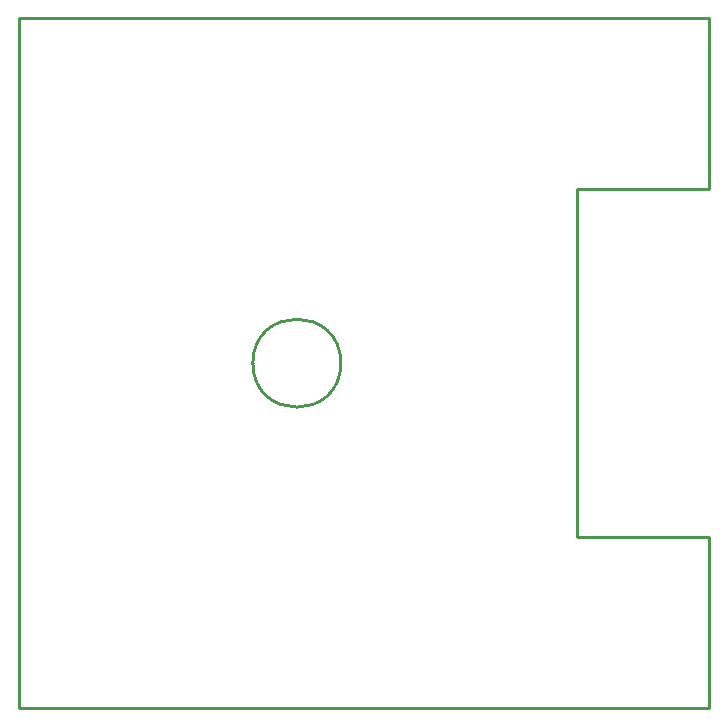
<source format=gko>
G04 Layer: BoardOutlineLayer*
G04 EasyEDA v6.5.34, 2023-09-07 21:51:12*
G04 4e1002d8ee0c4305b874fa033b0cf6ff,5a6b42c53f6a479593ecc07194224c93,10*
G04 Gerber Generator version 0.2*
G04 Scale: 100 percent, Rotated: No, Reflected: No *
G04 Dimensions in millimeters *
G04 leading zeros omitted , absolute positions ,4 integer and 5 decimal *
%FSLAX45Y45*%
%MOMM*%

%ADD10C,0.2540*%
D10*
X0Y5842000D02*
G01*
X5842000Y5842000D01*
X5841987Y4394192D01*
X4724389Y4394192D01*
X4724389Y1447797D01*
X5841987Y1447797D01*
X5842000Y0D01*
X0Y502D01*
X0Y5842000D01*
G75*
G01*
X1981195Y2920995D02*
G02*
X2726593Y2920995I372699J0D01*
G75*
G01*
X2726593Y2920995D02*
G02*
X1981195Y2920995I-372699J0D01*
X1981194Y2920994D02*
G01*
X1981194Y2920994D01*

%LPD*%
M02*

</source>
